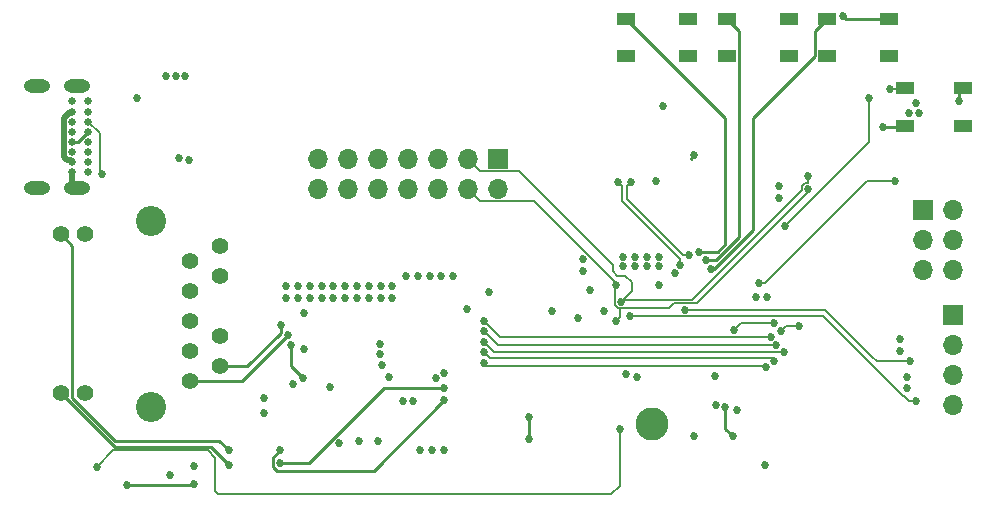
<source format=gbr>
G04 #@! TF.GenerationSoftware,KiCad,Pcbnew,(5.99.0-8454-g713af6630f)*
G04 #@! TF.CreationDate,2021-06-13T15:31:38-07:00*
G04 #@! TF.ProjectId,MFW007B,4d465730-3037-4422-9e6b-696361645f70,1*
G04 #@! TF.SameCoordinates,Original*
G04 #@! TF.FileFunction,Copper,L4,Bot*
G04 #@! TF.FilePolarity,Positive*
%FSLAX46Y46*%
G04 Gerber Fmt 4.6, Leading zero omitted, Abs format (unit mm)*
G04 Created by KiCad (PCBNEW (5.99.0-8454-g713af6630f)) date 2021-06-13 15:31:38*
%MOMM*%
%LPD*%
G01*
G04 APERTURE LIST*
G04 #@! TA.AperFunction,ComponentPad*
%ADD10R,1.700000X1.700000*%
G04 #@! TD*
G04 #@! TA.AperFunction,ComponentPad*
%ADD11O,1.700000X1.700000*%
G04 #@! TD*
G04 #@! TA.AperFunction,ComponentPad*
%ADD12C,0.650000*%
G04 #@! TD*
G04 #@! TA.AperFunction,ComponentPad*
%ADD13O,2.216000X1.108000*%
G04 #@! TD*
G04 #@! TA.AperFunction,ComponentPad*
%ADD14C,2.800000*%
G04 #@! TD*
G04 #@! TA.AperFunction,ComponentPad*
%ADD15C,1.398000*%
G04 #@! TD*
G04 #@! TA.AperFunction,ComponentPad*
%ADD16C,2.550000*%
G04 #@! TD*
G04 #@! TA.AperFunction,SMDPad,CuDef*
%ADD17R,1.500000X1.000000*%
G04 #@! TD*
G04 #@! TA.AperFunction,SMDPad,CuDef*
%ADD18R,1.549400X0.990600*%
G04 #@! TD*
G04 #@! TA.AperFunction,ViaPad*
%ADD19C,0.685800*%
G04 #@! TD*
G04 #@! TA.AperFunction,Conductor*
%ADD20C,0.254000*%
G04 #@! TD*
G04 #@! TA.AperFunction,Conductor*
%ADD21C,0.127000*%
G04 #@! TD*
G04 #@! TA.AperFunction,Conductor*
%ADD22C,0.508000*%
G04 #@! TD*
G04 #@! TA.AperFunction,Conductor*
%ADD23C,0.152400*%
G04 #@! TD*
G04 APERTURE END LIST*
D10*
X168000000Y-96860000D03*
D11*
X170540000Y-96860000D03*
X168000000Y-99400000D03*
X170540000Y-99400000D03*
X168000000Y-101940000D03*
X170540000Y-101940000D03*
D10*
X170500000Y-105700000D03*
D11*
X170500000Y-108240000D03*
X170500000Y-110780000D03*
X170500000Y-113320000D03*
D12*
X97303680Y-87653680D03*
X97303680Y-88503680D03*
X97303680Y-89353680D03*
X97303680Y-90203680D03*
X97303680Y-91053680D03*
X97303680Y-91903680D03*
X97303680Y-92753680D03*
X97303680Y-93603680D03*
X95953680Y-93603680D03*
X95953680Y-92753680D03*
X95953680Y-91903680D03*
X95953680Y-91053680D03*
X95953680Y-90203680D03*
X95953680Y-89353680D03*
X95953680Y-88503680D03*
X95953680Y-87653680D03*
D13*
X96323680Y-86303680D03*
X96323680Y-94953680D03*
X92943680Y-94953680D03*
X92943680Y-86303680D03*
D14*
X145000000Y-115000000D03*
D15*
X105928680Y-111343680D03*
X108468680Y-110073680D03*
X105928680Y-108803680D03*
X108468680Y-107533680D03*
X105928680Y-106263680D03*
X105928680Y-103723680D03*
X108468680Y-102453680D03*
X105928680Y-101183680D03*
X108468680Y-99913680D03*
X97038680Y-112353680D03*
X95008680Y-112353680D03*
X97038680Y-98903680D03*
X95008680Y-98903680D03*
D16*
X102628680Y-113503680D03*
X102628680Y-97753680D03*
D10*
X132000000Y-92500000D03*
D11*
X132000000Y-95040000D03*
X129460000Y-92500000D03*
X129460000Y-95040000D03*
X126920000Y-92500000D03*
X126920000Y-95040000D03*
X124380000Y-92500000D03*
X124380000Y-95040000D03*
X121840000Y-92500000D03*
X121840000Y-95040000D03*
X119300000Y-92500000D03*
X119300000Y-95040000D03*
X116760000Y-92500000D03*
X116760000Y-95040000D03*
D17*
X171350000Y-86500000D03*
X171350000Y-89700000D03*
X166450000Y-89700000D03*
X166450000Y-86500000D03*
D18*
X165103681Y-80628681D03*
X159853679Y-80628681D03*
X165103681Y-83828679D03*
X159853679Y-83828679D03*
X156603681Y-80628681D03*
X151353679Y-80628681D03*
X156603681Y-83828679D03*
X151353679Y-83828679D03*
X148103681Y-80628681D03*
X142853679Y-80628681D03*
X148103681Y-83828679D03*
X142853679Y-83828679D03*
D19*
X120250000Y-116400000D03*
X121800000Y-116400000D03*
X139200000Y-102000000D03*
X124200000Y-102400000D03*
X154600000Y-118400000D03*
X155800000Y-95800000D03*
X123050000Y-103300000D03*
X122000000Y-108200000D03*
X121050000Y-103300000D03*
X127400000Y-117200000D03*
X148600000Y-116000000D03*
X166600000Y-111000000D03*
X144600000Y-100800000D03*
X117800000Y-111800000D03*
X164600000Y-89800000D03*
X161200000Y-80400000D03*
X112200000Y-112800000D03*
X115050000Y-103300000D03*
X134600000Y-114400000D03*
X124800000Y-113000000D03*
X128200000Y-102400000D03*
X114600000Y-111600000D03*
X156600000Y-80600000D03*
X143600000Y-100800000D03*
X145600000Y-100800000D03*
X122200000Y-110000000D03*
X127400000Y-110600000D03*
X120050000Y-103300000D03*
X125400000Y-117200000D03*
X166000000Y-108800000D03*
X126200000Y-102400000D03*
X129400000Y-105200000D03*
X116050000Y-103300000D03*
X127200000Y-102400000D03*
X125200000Y-102400000D03*
X106250000Y-118500000D03*
X146000000Y-88000000D03*
X118050000Y-103300000D03*
X150417073Y-113382927D03*
X142600000Y-100800000D03*
X167400000Y-87800000D03*
X117050000Y-103300000D03*
X147000000Y-102200000D03*
X154800000Y-104200000D03*
X138800000Y-106000000D03*
X134600000Y-116200000D03*
X126400000Y-117200000D03*
X142833400Y-110698013D03*
X147800000Y-80600000D03*
X119050000Y-103300000D03*
X114050000Y-103300000D03*
X152200000Y-113800000D03*
X122050000Y-103300000D03*
X105500000Y-85500000D03*
X167600000Y-88600000D03*
X148600000Y-92200000D03*
X105000000Y-92400000D03*
X105800000Y-92600000D03*
X104700000Y-85500000D03*
X101400000Y-87400000D03*
X166800000Y-88600000D03*
X103900000Y-85500000D03*
X171000000Y-87600000D03*
X115600000Y-108600000D03*
X166600000Y-111900000D03*
X118050000Y-104300000D03*
X114050000Y-104300000D03*
X144600000Y-101620000D03*
X112200000Y-114000000D03*
X139800000Y-103600000D03*
X145600000Y-103200000D03*
X117050000Y-104300000D03*
X116050000Y-104300000D03*
X104230000Y-119310000D03*
X121050000Y-104300000D03*
X131200000Y-103800000D03*
X115600000Y-105600000D03*
X122800000Y-111000000D03*
X141000000Y-105400000D03*
X145600000Y-101620000D03*
X136600000Y-105400000D03*
X143600000Y-101620000D03*
X150400000Y-110933400D03*
X126723708Y-111050862D03*
X119050000Y-104300000D03*
X153800000Y-104200000D03*
X123050000Y-104300000D03*
X166000000Y-107800000D03*
X139200000Y-101000000D03*
X122000000Y-109012803D03*
X123987197Y-113000000D03*
X115050000Y-104300000D03*
X142600000Y-101620000D03*
X122050000Y-104300000D03*
X120050000Y-104300000D03*
X145400000Y-94400000D03*
X118572073Y-116572073D03*
X143800000Y-111000000D03*
X155800000Y-94800000D03*
X115500000Y-111100000D03*
X114450000Y-108250000D03*
X163400000Y-87400000D03*
X152000000Y-107000000D03*
X155400000Y-106400000D03*
X156266600Y-98200000D03*
X165200000Y-86600000D03*
X142300000Y-115350000D03*
X98000000Y-118600000D03*
X167400000Y-113000000D03*
X143200000Y-105800000D03*
X166900000Y-109650000D03*
X147800000Y-105300000D03*
X98433400Y-93752171D03*
X114250000Y-107400000D03*
X158261597Y-95061597D03*
X142000000Y-106200000D03*
X142000000Y-103200000D03*
X158200000Y-93933400D03*
X142400000Y-104600000D03*
X113600000Y-106600000D03*
X142169888Y-94484012D03*
X147367631Y-101455477D03*
X143262088Y-94484012D03*
X148139935Y-100683173D03*
X109200000Y-118400000D03*
X127450000Y-112950000D03*
X113550000Y-117200000D03*
X109200000Y-117200000D03*
X127450000Y-111950000D03*
X113550000Y-118300000D03*
X150000000Y-101800000D03*
X149596900Y-101076292D03*
X149000000Y-100400000D03*
X155100000Y-107600000D03*
X130800000Y-106200000D03*
X155568022Y-108264532D03*
X130800000Y-107100000D03*
X156201383Y-108873204D03*
X130800000Y-108000000D03*
X155400000Y-109633400D03*
X130800000Y-108900000D03*
X154700000Y-110133400D03*
X130800000Y-109800000D03*
X100600000Y-120100000D03*
X106250000Y-120040000D03*
X155950000Y-107100000D03*
X157450000Y-106650000D03*
X154100000Y-103050000D03*
X165600000Y-94400000D03*
X151850000Y-115950000D03*
X151250000Y-113550000D03*
D20*
X159853679Y-80628681D02*
X158824968Y-81657392D01*
X158824968Y-83775032D02*
X153550000Y-89050000D01*
X158824968Y-81657392D02*
X158824968Y-83775032D01*
X153550000Y-98550000D02*
X152822312Y-99277688D01*
X153550000Y-89050000D02*
X153550000Y-98550000D01*
X152822312Y-99277688D02*
X152800000Y-99277688D01*
X152800000Y-99277688D02*
X150277688Y-101800000D01*
X150277688Y-101800000D02*
X150000000Y-101800000D01*
D21*
X158200000Y-93933400D02*
X158200000Y-94528186D01*
X158200000Y-94528186D02*
X158005559Y-94528186D01*
X157728186Y-94805559D02*
X157728186Y-95171814D01*
X158005559Y-94528186D02*
X157728186Y-94805559D01*
X142512811Y-104487189D02*
X142400000Y-104600000D01*
X157728186Y-95171814D02*
X148412811Y-104487189D01*
X148412811Y-104487189D02*
X142512811Y-104487189D01*
X142333411Y-105133411D02*
X146466589Y-105133411D01*
X146858791Y-104741209D02*
X148858791Y-104741209D01*
X158261597Y-95338403D02*
X158261597Y-95061597D01*
X146466589Y-105133411D02*
X146858791Y-104741209D01*
X148858791Y-104741209D02*
X158261597Y-95338403D01*
D20*
X142853679Y-80628681D02*
X151250000Y-89025002D01*
X151250000Y-89025002D02*
X151250000Y-99750000D01*
X151250000Y-99750000D02*
X150600000Y-100400000D01*
X150600000Y-100400000D02*
X149000000Y-100400000D01*
X161428681Y-80628681D02*
X161200000Y-80400000D01*
X134600000Y-114400000D02*
X134600000Y-116200000D01*
X166350000Y-89800000D02*
X166450000Y-89700000D01*
D22*
X95953680Y-93603680D02*
X95953680Y-94583680D01*
D20*
X164600000Y-89800000D02*
X166350000Y-89800000D01*
D22*
X95953680Y-94583680D02*
X96323680Y-94953680D01*
D20*
X165103681Y-80628681D02*
X161428681Y-80628681D01*
X171000000Y-86850000D02*
X171350000Y-86500000D01*
X171000000Y-87600000D02*
X171000000Y-86850000D01*
X148300000Y-92500000D02*
X148600000Y-92200000D01*
X114450000Y-110050000D02*
X114450000Y-108250000D01*
X115500000Y-111100000D02*
X114450000Y-110050000D01*
D21*
X163400000Y-91066600D02*
X163400000Y-87900000D01*
X163400000Y-91066600D02*
X163400000Y-87500000D01*
X156266600Y-98200000D02*
X163400000Y-91066600D01*
X163400000Y-87500000D02*
X163400000Y-87400000D01*
X152000000Y-107000000D02*
X152600000Y-106400000D01*
X152600000Y-106400000D02*
X155400000Y-106400000D01*
X166350000Y-86600000D02*
X166450000Y-86500000D01*
X165200000Y-86600000D02*
X166350000Y-86600000D01*
X108300000Y-120900000D02*
X108000000Y-120600000D01*
X108000000Y-117800000D02*
X107400000Y-117200000D01*
X98000000Y-118600000D02*
X99400000Y-117200000D01*
X107400000Y-117200000D02*
X99400000Y-117200000D01*
X142300000Y-120200000D02*
X141600000Y-120900000D01*
X142300000Y-115350000D02*
X142300000Y-120200000D01*
X108000000Y-120600000D02*
X108000000Y-117800000D01*
X99400000Y-117200000D02*
X100300000Y-117200000D01*
X141600000Y-120900000D02*
X108300000Y-120900000D01*
X143200000Y-105800000D02*
X143250000Y-105850000D01*
X143250000Y-105850000D02*
X159500000Y-105850000D01*
X166400000Y-112600000D02*
X166800000Y-113000000D01*
X166250000Y-112600000D02*
X166400000Y-112600000D01*
X159500000Y-105850000D02*
X166250000Y-112600000D01*
X166800000Y-113000000D02*
X167400000Y-113000000D01*
X147800000Y-105300000D02*
X159700000Y-105300000D01*
X159700000Y-105300000D02*
X163700000Y-109300000D01*
X163700000Y-109300000D02*
X164050000Y-109650000D01*
X164050000Y-109650000D02*
X166900000Y-109650000D01*
X98300000Y-93500000D02*
X98300000Y-93618771D01*
X97303680Y-89353680D02*
X98300000Y-90350000D01*
X98300000Y-93618771D02*
X98433400Y-93752171D01*
X98300000Y-90350000D02*
X98300000Y-93500000D01*
D22*
X95247669Y-89014794D02*
X95247669Y-92351177D01*
X95953680Y-88503680D02*
X95758783Y-88503680D01*
X95496492Y-92600000D02*
X95800000Y-92600000D01*
X95247669Y-92351177D02*
X95496492Y-92600000D01*
X95758783Y-88503680D02*
X95247669Y-89014794D01*
X95800000Y-92600000D02*
X95953680Y-92753680D01*
D20*
X110306320Y-111343680D02*
X114250000Y-107400000D01*
X105928680Y-111343680D02*
X110306320Y-111343680D01*
D21*
X135080511Y-96080511D02*
X130500511Y-96080511D01*
X130500511Y-96080511D02*
X129460000Y-95040000D01*
X142000000Y-103200000D02*
X141866589Y-103333411D01*
X141866589Y-104856038D02*
X142143962Y-105133411D01*
X142000000Y-103000000D02*
X135080511Y-96080511D01*
X142000000Y-103200000D02*
X142000000Y-103000000D01*
X142143962Y-105133411D02*
X142333411Y-105133411D01*
X142333411Y-105133411D02*
X142333411Y-105866589D01*
X142333411Y-105866589D02*
X142000000Y-106200000D01*
X141866589Y-103333411D02*
X141866589Y-104856038D01*
X142779449Y-102390000D02*
X142080000Y-102390000D01*
X142400000Y-104600000D02*
X143333411Y-103666589D01*
X141700000Y-102010000D02*
X141700000Y-101500000D01*
X143333411Y-102943962D02*
X142779449Y-102390000D01*
X133740511Y-93540511D02*
X130500511Y-93540511D01*
X143333411Y-103666589D02*
X143333411Y-102943962D01*
X142080000Y-102390000D02*
X141700000Y-102010000D01*
X141700000Y-101500000D02*
X133740511Y-93540511D01*
X130500511Y-93540511D02*
X129460000Y-92500000D01*
D20*
X113600000Y-106600000D02*
X113600000Y-107250000D01*
X113600000Y-107250000D02*
X110776320Y-110073680D01*
X110776320Y-110073680D02*
X108468680Y-110073680D01*
X95953680Y-91053680D02*
X96453680Y-91053680D01*
D23*
X147367631Y-101455477D02*
X147367631Y-100970542D01*
X147367631Y-100970542D02*
X142512787Y-96115698D01*
D20*
X96453680Y-91053680D02*
X97303680Y-90203680D01*
D23*
X142512787Y-94826911D02*
X142169888Y-94484012D01*
X142512787Y-96115698D02*
X142512787Y-94826911D01*
X147655000Y-100683173D02*
X142919189Y-95947362D01*
X142919189Y-94826911D02*
X143262088Y-94484012D01*
X142919189Y-95947362D02*
X142919189Y-94826911D01*
X148139935Y-100683173D02*
X147655000Y-100683173D01*
D20*
X95008680Y-112353680D02*
X99537480Y-116882480D01*
X99537480Y-116882480D02*
X107682480Y-116882480D01*
X107682480Y-116882480D02*
X109200000Y-118400000D01*
X121503089Y-118896911D02*
X113263482Y-118896911D01*
X113263482Y-118896911D02*
X112953089Y-118586518D01*
X112953089Y-118586518D02*
X112953089Y-117796911D01*
X127450000Y-112950000D02*
X121503089Y-118896911D01*
X112953089Y-117796911D02*
X113550000Y-117200000D01*
X95008680Y-98903680D02*
X95961691Y-99856691D01*
X104800000Y-116400000D02*
X108400000Y-116400000D01*
X108400000Y-116400000D02*
X109200000Y-117200000D01*
X95961691Y-112761691D02*
X99600000Y-116400000D01*
X99600000Y-116400000D02*
X104800000Y-116400000D01*
X95961691Y-99856691D02*
X95961691Y-112761691D01*
X127450000Y-111950000D02*
X122350000Y-111950000D01*
X116000000Y-118300000D02*
X113550000Y-118300000D01*
X122350000Y-111950000D02*
X116000000Y-118300000D01*
X152382390Y-99156454D02*
X150462552Y-101076292D01*
X151353679Y-80628681D02*
X152382390Y-81657392D01*
X152382390Y-81657392D02*
X152382390Y-99000000D01*
X150462552Y-101076292D02*
X149596900Y-101076292D01*
X152382390Y-99000000D02*
X152382390Y-99156454D01*
D21*
X132200000Y-107600000D02*
X155100000Y-107600000D01*
X130800000Y-106200000D02*
X132200000Y-107600000D01*
X131964532Y-108264532D02*
X155568022Y-108264532D01*
X130800000Y-107100000D02*
X131964532Y-108264532D01*
X131673204Y-108873204D02*
X156201383Y-108873204D01*
X130800000Y-108000000D02*
X131673204Y-108873204D01*
X155173204Y-109406604D02*
X155400000Y-109633400D01*
X130800000Y-108900000D02*
X131306604Y-109406604D01*
X131306604Y-109406604D02*
X155173204Y-109406604D01*
X154606895Y-110040295D02*
X154700000Y-110133400D01*
X130800000Y-109800000D02*
X131040295Y-110040295D01*
X131040295Y-110040295D02*
X154606895Y-110040295D01*
D20*
X106190000Y-120100000D02*
X100600000Y-120100000D01*
X106250000Y-120040000D02*
X106190000Y-120100000D01*
D21*
X156400000Y-106650000D02*
X155950000Y-107100000D01*
X157450000Y-106650000D02*
X156400000Y-106650000D01*
X163250000Y-94400000D02*
X165600000Y-94400000D01*
X154600000Y-103050000D02*
X163250000Y-94400000D01*
X154100000Y-103050000D02*
X154600000Y-103050000D01*
D20*
X151250000Y-115350000D02*
X151850000Y-115950000D01*
X151250000Y-113550000D02*
X151250000Y-115350000D01*
M02*

</source>
